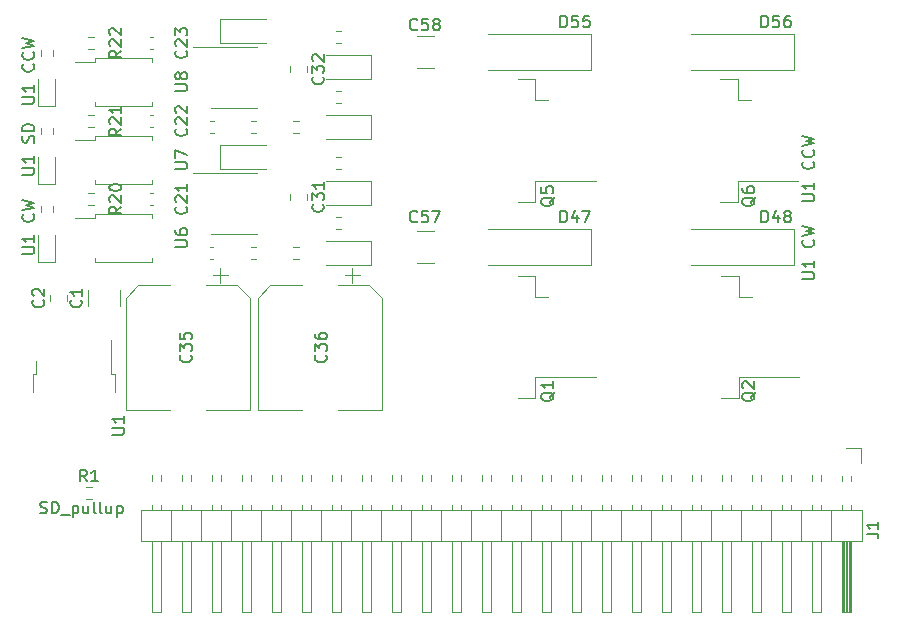
<source format=gbr>
%TF.GenerationSoftware,KiCad,Pcbnew,(6.0.0)*%
%TF.CreationDate,2022-03-21T15:13:20+09:00*%
%TF.ProjectId,MotorDriver base unit,4d6f746f-7244-4726-9976-657220626173,rev?*%
%TF.SameCoordinates,Original*%
%TF.FileFunction,Legend,Top*%
%TF.FilePolarity,Positive*%
%FSLAX46Y46*%
G04 Gerber Fmt 4.6, Leading zero omitted, Abs format (unit mm)*
G04 Created by KiCad (PCBNEW (6.0.0)) date 2022-03-21 15:13:20*
%MOMM*%
%LPD*%
G01*
G04 APERTURE LIST*
%ADD10C,0.150000*%
%ADD11C,0.120000*%
G04 APERTURE END LIST*
D10*
X173442380Y-101909285D02*
X174251904Y-101909285D01*
X174347142Y-101861666D01*
X174394761Y-101814047D01*
X174442380Y-101718809D01*
X174442380Y-101528333D01*
X174394761Y-101433095D01*
X174347142Y-101385476D01*
X174251904Y-101337857D01*
X173442380Y-101337857D01*
X174442380Y-100337857D02*
X174442380Y-100909285D01*
X174442380Y-100623571D02*
X173442380Y-100623571D01*
X173585238Y-100718809D01*
X173680476Y-100814047D01*
X173728095Y-100909285D01*
X174347142Y-98575952D02*
X174394761Y-98623571D01*
X174442380Y-98766428D01*
X174442380Y-98861666D01*
X174394761Y-99004523D01*
X174299523Y-99099761D01*
X174204285Y-99147380D01*
X174013809Y-99195000D01*
X173870952Y-99195000D01*
X173680476Y-99147380D01*
X173585238Y-99099761D01*
X173490000Y-99004523D01*
X173442380Y-98861666D01*
X173442380Y-98766428D01*
X173490000Y-98623571D01*
X173537619Y-98575952D01*
X173442380Y-98242619D02*
X174442380Y-98004523D01*
X173728095Y-97814047D01*
X174442380Y-97623571D01*
X173442380Y-97385476D01*
X107402380Y-99750285D02*
X108211904Y-99750285D01*
X108307142Y-99702666D01*
X108354761Y-99655047D01*
X108402380Y-99559809D01*
X108402380Y-99369333D01*
X108354761Y-99274095D01*
X108307142Y-99226476D01*
X108211904Y-99178857D01*
X107402380Y-99178857D01*
X108402380Y-98178857D02*
X108402380Y-98750285D01*
X108402380Y-98464571D02*
X107402380Y-98464571D01*
X107545238Y-98559809D01*
X107640476Y-98655047D01*
X107688095Y-98750285D01*
X108307142Y-96416952D02*
X108354761Y-96464571D01*
X108402380Y-96607428D01*
X108402380Y-96702666D01*
X108354761Y-96845523D01*
X108259523Y-96940761D01*
X108164285Y-96988380D01*
X107973809Y-97036000D01*
X107830952Y-97036000D01*
X107640476Y-96988380D01*
X107545238Y-96940761D01*
X107450000Y-96845523D01*
X107402380Y-96702666D01*
X107402380Y-96607428D01*
X107450000Y-96464571D01*
X107497619Y-96416952D01*
X107402380Y-96083619D02*
X108402380Y-95845523D01*
X107688095Y-95655047D01*
X108402380Y-95464571D01*
X107402380Y-95226476D01*
X173442380Y-95297285D02*
X174251904Y-95297285D01*
X174347142Y-95249666D01*
X174394761Y-95202047D01*
X174442380Y-95106809D01*
X174442380Y-94916333D01*
X174394761Y-94821095D01*
X174347142Y-94773476D01*
X174251904Y-94725857D01*
X173442380Y-94725857D01*
X174442380Y-93725857D02*
X174442380Y-94297285D01*
X174442380Y-94011571D02*
X173442380Y-94011571D01*
X173585238Y-94106809D01*
X173680476Y-94202047D01*
X173728095Y-94297285D01*
X174347142Y-91963952D02*
X174394761Y-92011571D01*
X174442380Y-92154428D01*
X174442380Y-92249666D01*
X174394761Y-92392523D01*
X174299523Y-92487761D01*
X174204285Y-92535380D01*
X174013809Y-92583000D01*
X173870952Y-92583000D01*
X173680476Y-92535380D01*
X173585238Y-92487761D01*
X173490000Y-92392523D01*
X173442380Y-92249666D01*
X173442380Y-92154428D01*
X173490000Y-92011571D01*
X173537619Y-91963952D01*
X174347142Y-90963952D02*
X174394761Y-91011571D01*
X174442380Y-91154428D01*
X174442380Y-91249666D01*
X174394761Y-91392523D01*
X174299523Y-91487761D01*
X174204285Y-91535380D01*
X174013809Y-91583000D01*
X173870952Y-91583000D01*
X173680476Y-91535380D01*
X173585238Y-91487761D01*
X173490000Y-91392523D01*
X173442380Y-91249666D01*
X173442380Y-91154428D01*
X173490000Y-91011571D01*
X173537619Y-90963952D01*
X173442380Y-90630619D02*
X174442380Y-90392523D01*
X173728095Y-90202047D01*
X174442380Y-90011571D01*
X173442380Y-89773476D01*
X108895000Y-121689761D02*
X109037857Y-121737380D01*
X109275952Y-121737380D01*
X109371190Y-121689761D01*
X109418809Y-121642142D01*
X109466428Y-121546904D01*
X109466428Y-121451666D01*
X109418809Y-121356428D01*
X109371190Y-121308809D01*
X109275952Y-121261190D01*
X109085476Y-121213571D01*
X108990238Y-121165952D01*
X108942619Y-121118333D01*
X108895000Y-121023095D01*
X108895000Y-120927857D01*
X108942619Y-120832619D01*
X108990238Y-120785000D01*
X109085476Y-120737380D01*
X109323571Y-120737380D01*
X109466428Y-120785000D01*
X109895000Y-121737380D02*
X109895000Y-120737380D01*
X110133095Y-120737380D01*
X110275952Y-120785000D01*
X110371190Y-120880238D01*
X110418809Y-120975476D01*
X110466428Y-121165952D01*
X110466428Y-121308809D01*
X110418809Y-121499285D01*
X110371190Y-121594523D01*
X110275952Y-121689761D01*
X110133095Y-121737380D01*
X109895000Y-121737380D01*
X110656904Y-121832619D02*
X111418809Y-121832619D01*
X111656904Y-121070714D02*
X111656904Y-122070714D01*
X111656904Y-121118333D02*
X111752142Y-121070714D01*
X111942619Y-121070714D01*
X112037857Y-121118333D01*
X112085476Y-121165952D01*
X112133095Y-121261190D01*
X112133095Y-121546904D01*
X112085476Y-121642142D01*
X112037857Y-121689761D01*
X111942619Y-121737380D01*
X111752142Y-121737380D01*
X111656904Y-121689761D01*
X112990238Y-121070714D02*
X112990238Y-121737380D01*
X112561666Y-121070714D02*
X112561666Y-121594523D01*
X112609285Y-121689761D01*
X112704523Y-121737380D01*
X112847380Y-121737380D01*
X112942619Y-121689761D01*
X112990238Y-121642142D01*
X113609285Y-121737380D02*
X113514047Y-121689761D01*
X113466428Y-121594523D01*
X113466428Y-120737380D01*
X114133095Y-121737380D02*
X114037857Y-121689761D01*
X113990238Y-121594523D01*
X113990238Y-120737380D01*
X114942619Y-121070714D02*
X114942619Y-121737380D01*
X114514047Y-121070714D02*
X114514047Y-121594523D01*
X114561666Y-121689761D01*
X114656904Y-121737380D01*
X114799761Y-121737380D01*
X114895000Y-121689761D01*
X114942619Y-121642142D01*
X115418809Y-121070714D02*
X115418809Y-122070714D01*
X115418809Y-121118333D02*
X115514047Y-121070714D01*
X115704523Y-121070714D01*
X115799761Y-121118333D01*
X115847380Y-121165952D01*
X115895000Y-121261190D01*
X115895000Y-121546904D01*
X115847380Y-121642142D01*
X115799761Y-121689761D01*
X115704523Y-121737380D01*
X115514047Y-121737380D01*
X115418809Y-121689761D01*
X107402380Y-87042285D02*
X108211904Y-87042285D01*
X108307142Y-86994666D01*
X108354761Y-86947047D01*
X108402380Y-86851809D01*
X108402380Y-86661333D01*
X108354761Y-86566095D01*
X108307142Y-86518476D01*
X108211904Y-86470857D01*
X107402380Y-86470857D01*
X108402380Y-85470857D02*
X108402380Y-86042285D01*
X108402380Y-85756571D02*
X107402380Y-85756571D01*
X107545238Y-85851809D01*
X107640476Y-85947047D01*
X107688095Y-86042285D01*
X108307142Y-83708952D02*
X108354761Y-83756571D01*
X108402380Y-83899428D01*
X108402380Y-83994666D01*
X108354761Y-84137523D01*
X108259523Y-84232761D01*
X108164285Y-84280380D01*
X107973809Y-84328000D01*
X107830952Y-84328000D01*
X107640476Y-84280380D01*
X107545238Y-84232761D01*
X107450000Y-84137523D01*
X107402380Y-83994666D01*
X107402380Y-83899428D01*
X107450000Y-83756571D01*
X107497619Y-83708952D01*
X108307142Y-82708952D02*
X108354761Y-82756571D01*
X108402380Y-82899428D01*
X108402380Y-82994666D01*
X108354761Y-83137523D01*
X108259523Y-83232761D01*
X108164285Y-83280380D01*
X107973809Y-83328000D01*
X107830952Y-83328000D01*
X107640476Y-83280380D01*
X107545238Y-83232761D01*
X107450000Y-83137523D01*
X107402380Y-82994666D01*
X107402380Y-82899428D01*
X107450000Y-82756571D01*
X107497619Y-82708952D01*
X107402380Y-82375619D02*
X108402380Y-82137523D01*
X107688095Y-81947047D01*
X108402380Y-81756571D01*
X107402380Y-81518476D01*
X107402380Y-93051047D02*
X108211904Y-93051047D01*
X108307142Y-93003428D01*
X108354761Y-92955809D01*
X108402380Y-92860571D01*
X108402380Y-92670095D01*
X108354761Y-92574857D01*
X108307142Y-92527238D01*
X108211904Y-92479619D01*
X107402380Y-92479619D01*
X108402380Y-91479619D02*
X108402380Y-92051047D01*
X108402380Y-91765333D02*
X107402380Y-91765333D01*
X107545238Y-91860571D01*
X107640476Y-91955809D01*
X107688095Y-92051047D01*
X108354761Y-90336761D02*
X108402380Y-90193904D01*
X108402380Y-89955809D01*
X108354761Y-89860571D01*
X108307142Y-89812952D01*
X108211904Y-89765333D01*
X108116666Y-89765333D01*
X108021428Y-89812952D01*
X107973809Y-89860571D01*
X107926190Y-89955809D01*
X107878571Y-90146285D01*
X107830952Y-90241523D01*
X107783333Y-90289142D01*
X107688095Y-90336761D01*
X107592857Y-90336761D01*
X107497619Y-90289142D01*
X107450000Y-90241523D01*
X107402380Y-90146285D01*
X107402380Y-89908190D01*
X107450000Y-89765333D01*
X108402380Y-89336761D02*
X107402380Y-89336761D01*
X107402380Y-89098666D01*
X107450000Y-88955809D01*
X107545238Y-88860571D01*
X107640476Y-88812952D01*
X107830952Y-88765333D01*
X107973809Y-88765333D01*
X108164285Y-88812952D01*
X108259523Y-88860571D01*
X108354761Y-88955809D01*
X108402380Y-89098666D01*
X108402380Y-89336761D01*
%TO.C,C23*%
X121261142Y-82557857D02*
X121308761Y-82605476D01*
X121356380Y-82748333D01*
X121356380Y-82843571D01*
X121308761Y-82986428D01*
X121213523Y-83081666D01*
X121118285Y-83129285D01*
X120927809Y-83176904D01*
X120784952Y-83176904D01*
X120594476Y-83129285D01*
X120499238Y-83081666D01*
X120404000Y-82986428D01*
X120356380Y-82843571D01*
X120356380Y-82748333D01*
X120404000Y-82605476D01*
X120451619Y-82557857D01*
X120451619Y-82176904D02*
X120404000Y-82129285D01*
X120356380Y-82034047D01*
X120356380Y-81795952D01*
X120404000Y-81700714D01*
X120451619Y-81653095D01*
X120546857Y-81605476D01*
X120642095Y-81605476D01*
X120784952Y-81653095D01*
X121356380Y-82224523D01*
X121356380Y-81605476D01*
X120356380Y-81272142D02*
X120356380Y-80653095D01*
X120737333Y-80986428D01*
X120737333Y-80843571D01*
X120784952Y-80748333D01*
X120832571Y-80700714D01*
X120927809Y-80653095D01*
X121165904Y-80653095D01*
X121261142Y-80700714D01*
X121308761Y-80748333D01*
X121356380Y-80843571D01*
X121356380Y-81129285D01*
X121308761Y-81224523D01*
X121261142Y-81272142D01*
%TO.C,C36*%
X133072142Y-108338857D02*
X133119761Y-108386476D01*
X133167380Y-108529333D01*
X133167380Y-108624571D01*
X133119761Y-108767428D01*
X133024523Y-108862666D01*
X132929285Y-108910285D01*
X132738809Y-108957904D01*
X132595952Y-108957904D01*
X132405476Y-108910285D01*
X132310238Y-108862666D01*
X132215000Y-108767428D01*
X132167380Y-108624571D01*
X132167380Y-108529333D01*
X132215000Y-108386476D01*
X132262619Y-108338857D01*
X132167380Y-108005523D02*
X132167380Y-107386476D01*
X132548333Y-107719809D01*
X132548333Y-107576952D01*
X132595952Y-107481714D01*
X132643571Y-107434095D01*
X132738809Y-107386476D01*
X132976904Y-107386476D01*
X133072142Y-107434095D01*
X133119761Y-107481714D01*
X133167380Y-107576952D01*
X133167380Y-107862666D01*
X133119761Y-107957904D01*
X133072142Y-108005523D01*
X132167380Y-106529333D02*
X132167380Y-106719809D01*
X132215000Y-106815047D01*
X132262619Y-106862666D01*
X132405476Y-106957904D01*
X132595952Y-107005523D01*
X132976904Y-107005523D01*
X133072142Y-106957904D01*
X133119761Y-106910285D01*
X133167380Y-106815047D01*
X133167380Y-106624571D01*
X133119761Y-106529333D01*
X133072142Y-106481714D01*
X132976904Y-106434095D01*
X132738809Y-106434095D01*
X132643571Y-106481714D01*
X132595952Y-106529333D01*
X132548333Y-106624571D01*
X132548333Y-106815047D01*
X132595952Y-106910285D01*
X132643571Y-106957904D01*
X132738809Y-107005523D01*
%TO.C,R20*%
X115768380Y-95765857D02*
X115292190Y-96099190D01*
X115768380Y-96337285D02*
X114768380Y-96337285D01*
X114768380Y-95956333D01*
X114816000Y-95861095D01*
X114863619Y-95813476D01*
X114958857Y-95765857D01*
X115101714Y-95765857D01*
X115196952Y-95813476D01*
X115244571Y-95861095D01*
X115292190Y-95956333D01*
X115292190Y-96337285D01*
X114863619Y-95384904D02*
X114816000Y-95337285D01*
X114768380Y-95242047D01*
X114768380Y-95003952D01*
X114816000Y-94908714D01*
X114863619Y-94861095D01*
X114958857Y-94813476D01*
X115054095Y-94813476D01*
X115196952Y-94861095D01*
X115768380Y-95432523D01*
X115768380Y-94813476D01*
X114768380Y-94194428D02*
X114768380Y-94099190D01*
X114816000Y-94003952D01*
X114863619Y-93956333D01*
X114958857Y-93908714D01*
X115149333Y-93861095D01*
X115387428Y-93861095D01*
X115577904Y-93908714D01*
X115673142Y-93956333D01*
X115720761Y-94003952D01*
X115768380Y-94099190D01*
X115768380Y-94194428D01*
X115720761Y-94289666D01*
X115673142Y-94337285D01*
X115577904Y-94384904D01*
X115387428Y-94432523D01*
X115149333Y-94432523D01*
X114958857Y-94384904D01*
X114863619Y-94337285D01*
X114816000Y-94289666D01*
X114768380Y-94194428D01*
%TO.C,R21*%
X115768380Y-89161857D02*
X115292190Y-89495190D01*
X115768380Y-89733285D02*
X114768380Y-89733285D01*
X114768380Y-89352333D01*
X114816000Y-89257095D01*
X114863619Y-89209476D01*
X114958857Y-89161857D01*
X115101714Y-89161857D01*
X115196952Y-89209476D01*
X115244571Y-89257095D01*
X115292190Y-89352333D01*
X115292190Y-89733285D01*
X114863619Y-88780904D02*
X114816000Y-88733285D01*
X114768380Y-88638047D01*
X114768380Y-88399952D01*
X114816000Y-88304714D01*
X114863619Y-88257095D01*
X114958857Y-88209476D01*
X115054095Y-88209476D01*
X115196952Y-88257095D01*
X115768380Y-88828523D01*
X115768380Y-88209476D01*
X115768380Y-87257095D02*
X115768380Y-87828523D01*
X115768380Y-87542809D02*
X114768380Y-87542809D01*
X114911238Y-87638047D01*
X115006476Y-87733285D01*
X115054095Y-87828523D01*
%TO.C,R22*%
X115768380Y-82557857D02*
X115292190Y-82891190D01*
X115768380Y-83129285D02*
X114768380Y-83129285D01*
X114768380Y-82748333D01*
X114816000Y-82653095D01*
X114863619Y-82605476D01*
X114958857Y-82557857D01*
X115101714Y-82557857D01*
X115196952Y-82605476D01*
X115244571Y-82653095D01*
X115292190Y-82748333D01*
X115292190Y-83129285D01*
X114863619Y-82176904D02*
X114816000Y-82129285D01*
X114768380Y-82034047D01*
X114768380Y-81795952D01*
X114816000Y-81700714D01*
X114863619Y-81653095D01*
X114958857Y-81605476D01*
X115054095Y-81605476D01*
X115196952Y-81653095D01*
X115768380Y-82224523D01*
X115768380Y-81605476D01*
X114863619Y-81224523D02*
X114816000Y-81176904D01*
X114768380Y-81081666D01*
X114768380Y-80843571D01*
X114816000Y-80748333D01*
X114863619Y-80700714D01*
X114958857Y-80653095D01*
X115054095Y-80653095D01*
X115196952Y-80700714D01*
X115768380Y-81272142D01*
X115768380Y-80653095D01*
%TO.C,U7*%
X120356380Y-92582904D02*
X121165904Y-92582904D01*
X121261142Y-92535285D01*
X121308761Y-92487666D01*
X121356380Y-92392428D01*
X121356380Y-92201952D01*
X121308761Y-92106714D01*
X121261142Y-92059095D01*
X121165904Y-92011476D01*
X120356380Y-92011476D01*
X120356380Y-91630523D02*
X120356380Y-90963857D01*
X121356380Y-91392428D01*
%TO.C,U8*%
X120356380Y-85978904D02*
X121165904Y-85978904D01*
X121261142Y-85931285D01*
X121308761Y-85883666D01*
X121356380Y-85788428D01*
X121356380Y-85597952D01*
X121308761Y-85502714D01*
X121261142Y-85455095D01*
X121165904Y-85407476D01*
X120356380Y-85407476D01*
X120784952Y-84788428D02*
X120737333Y-84883666D01*
X120689714Y-84931285D01*
X120594476Y-84978904D01*
X120546857Y-84978904D01*
X120451619Y-84931285D01*
X120404000Y-84883666D01*
X120356380Y-84788428D01*
X120356380Y-84597952D01*
X120404000Y-84502714D01*
X120451619Y-84455095D01*
X120546857Y-84407476D01*
X120594476Y-84407476D01*
X120689714Y-84455095D01*
X120737333Y-84502714D01*
X120784952Y-84597952D01*
X120784952Y-84788428D01*
X120832571Y-84883666D01*
X120880190Y-84931285D01*
X120975428Y-84978904D01*
X121165904Y-84978904D01*
X121261142Y-84931285D01*
X121308761Y-84883666D01*
X121356380Y-84788428D01*
X121356380Y-84597952D01*
X121308761Y-84502714D01*
X121261142Y-84455095D01*
X121165904Y-84407476D01*
X120975428Y-84407476D01*
X120880190Y-84455095D01*
X120832571Y-84502714D01*
X120784952Y-84597952D01*
%TO.C,C22*%
X121261142Y-89161857D02*
X121308761Y-89209476D01*
X121356380Y-89352333D01*
X121356380Y-89447571D01*
X121308761Y-89590428D01*
X121213523Y-89685666D01*
X121118285Y-89733285D01*
X120927809Y-89780904D01*
X120784952Y-89780904D01*
X120594476Y-89733285D01*
X120499238Y-89685666D01*
X120404000Y-89590428D01*
X120356380Y-89447571D01*
X120356380Y-89352333D01*
X120404000Y-89209476D01*
X120451619Y-89161857D01*
X120451619Y-88780904D02*
X120404000Y-88733285D01*
X120356380Y-88638047D01*
X120356380Y-88399952D01*
X120404000Y-88304714D01*
X120451619Y-88257095D01*
X120546857Y-88209476D01*
X120642095Y-88209476D01*
X120784952Y-88257095D01*
X121356380Y-88828523D01*
X121356380Y-88209476D01*
X120451619Y-87828523D02*
X120404000Y-87780904D01*
X120356380Y-87685666D01*
X120356380Y-87447571D01*
X120404000Y-87352333D01*
X120451619Y-87304714D01*
X120546857Y-87257095D01*
X120642095Y-87257095D01*
X120784952Y-87304714D01*
X121356380Y-87876142D01*
X121356380Y-87257095D01*
%TO.C,D47*%
X152963714Y-97099380D02*
X152963714Y-96099380D01*
X153201809Y-96099380D01*
X153344666Y-96147000D01*
X153439904Y-96242238D01*
X153487523Y-96337476D01*
X153535142Y-96527952D01*
X153535142Y-96670809D01*
X153487523Y-96861285D01*
X153439904Y-96956523D01*
X153344666Y-97051761D01*
X153201809Y-97099380D01*
X152963714Y-97099380D01*
X154392285Y-96432714D02*
X154392285Y-97099380D01*
X154154190Y-96051761D02*
X153916095Y-96766047D01*
X154535142Y-96766047D01*
X154820857Y-96099380D02*
X155487523Y-96099380D01*
X155058952Y-97099380D01*
%TO.C,D56*%
X169981714Y-80589380D02*
X169981714Y-79589380D01*
X170219809Y-79589380D01*
X170362666Y-79637000D01*
X170457904Y-79732238D01*
X170505523Y-79827476D01*
X170553142Y-80017952D01*
X170553142Y-80160809D01*
X170505523Y-80351285D01*
X170457904Y-80446523D01*
X170362666Y-80541761D01*
X170219809Y-80589380D01*
X169981714Y-80589380D01*
X171457904Y-79589380D02*
X170981714Y-79589380D01*
X170934095Y-80065571D01*
X170981714Y-80017952D01*
X171076952Y-79970333D01*
X171315047Y-79970333D01*
X171410285Y-80017952D01*
X171457904Y-80065571D01*
X171505523Y-80160809D01*
X171505523Y-80398904D01*
X171457904Y-80494142D01*
X171410285Y-80541761D01*
X171315047Y-80589380D01*
X171076952Y-80589380D01*
X170981714Y-80541761D01*
X170934095Y-80494142D01*
X172362666Y-79589380D02*
X172172190Y-79589380D01*
X172076952Y-79637000D01*
X172029333Y-79684619D01*
X171934095Y-79827476D01*
X171886476Y-80017952D01*
X171886476Y-80398904D01*
X171934095Y-80494142D01*
X171981714Y-80541761D01*
X172076952Y-80589380D01*
X172267428Y-80589380D01*
X172362666Y-80541761D01*
X172410285Y-80494142D01*
X172457904Y-80398904D01*
X172457904Y-80160809D01*
X172410285Y-80065571D01*
X172362666Y-80017952D01*
X172267428Y-79970333D01*
X172076952Y-79970333D01*
X171981714Y-80017952D01*
X171934095Y-80065571D01*
X171886476Y-80160809D01*
%TO.C,D55*%
X152963714Y-80589380D02*
X152963714Y-79589380D01*
X153201809Y-79589380D01*
X153344666Y-79637000D01*
X153439904Y-79732238D01*
X153487523Y-79827476D01*
X153535142Y-80017952D01*
X153535142Y-80160809D01*
X153487523Y-80351285D01*
X153439904Y-80446523D01*
X153344666Y-80541761D01*
X153201809Y-80589380D01*
X152963714Y-80589380D01*
X154439904Y-79589380D02*
X153963714Y-79589380D01*
X153916095Y-80065571D01*
X153963714Y-80017952D01*
X154058952Y-79970333D01*
X154297047Y-79970333D01*
X154392285Y-80017952D01*
X154439904Y-80065571D01*
X154487523Y-80160809D01*
X154487523Y-80398904D01*
X154439904Y-80494142D01*
X154392285Y-80541761D01*
X154297047Y-80589380D01*
X154058952Y-80589380D01*
X153963714Y-80541761D01*
X153916095Y-80494142D01*
X155392285Y-79589380D02*
X154916095Y-79589380D01*
X154868476Y-80065571D01*
X154916095Y-80017952D01*
X155011333Y-79970333D01*
X155249428Y-79970333D01*
X155344666Y-80017952D01*
X155392285Y-80065571D01*
X155439904Y-80160809D01*
X155439904Y-80398904D01*
X155392285Y-80494142D01*
X155344666Y-80541761D01*
X155249428Y-80589380D01*
X155011333Y-80589380D01*
X154916095Y-80541761D01*
X154868476Y-80494142D01*
%TO.C,D48*%
X169981714Y-97099380D02*
X169981714Y-96099380D01*
X170219809Y-96099380D01*
X170362666Y-96147000D01*
X170457904Y-96242238D01*
X170505523Y-96337476D01*
X170553142Y-96527952D01*
X170553142Y-96670809D01*
X170505523Y-96861285D01*
X170457904Y-96956523D01*
X170362666Y-97051761D01*
X170219809Y-97099380D01*
X169981714Y-97099380D01*
X171410285Y-96432714D02*
X171410285Y-97099380D01*
X171172190Y-96051761D02*
X170934095Y-96766047D01*
X171553142Y-96766047D01*
X172076952Y-96527952D02*
X171981714Y-96480333D01*
X171934095Y-96432714D01*
X171886476Y-96337476D01*
X171886476Y-96289857D01*
X171934095Y-96194619D01*
X171981714Y-96147000D01*
X172076952Y-96099380D01*
X172267428Y-96099380D01*
X172362666Y-96147000D01*
X172410285Y-96194619D01*
X172457904Y-96289857D01*
X172457904Y-96337476D01*
X172410285Y-96432714D01*
X172362666Y-96480333D01*
X172267428Y-96527952D01*
X172076952Y-96527952D01*
X171981714Y-96575571D01*
X171934095Y-96623190D01*
X171886476Y-96718428D01*
X171886476Y-96908904D01*
X171934095Y-97004142D01*
X171981714Y-97051761D01*
X172076952Y-97099380D01*
X172267428Y-97099380D01*
X172362666Y-97051761D01*
X172410285Y-97004142D01*
X172457904Y-96908904D01*
X172457904Y-96718428D01*
X172410285Y-96623190D01*
X172362666Y-96575571D01*
X172267428Y-96527952D01*
%TO.C,Q6*%
X169457619Y-94964238D02*
X169410000Y-95059476D01*
X169314761Y-95154714D01*
X169171904Y-95297571D01*
X169124285Y-95392809D01*
X169124285Y-95488047D01*
X169362380Y-95440428D02*
X169314761Y-95535666D01*
X169219523Y-95630904D01*
X169029047Y-95678523D01*
X168695714Y-95678523D01*
X168505238Y-95630904D01*
X168410000Y-95535666D01*
X168362380Y-95440428D01*
X168362380Y-95249952D01*
X168410000Y-95154714D01*
X168505238Y-95059476D01*
X168695714Y-95011857D01*
X169029047Y-95011857D01*
X169219523Y-95059476D01*
X169314761Y-95154714D01*
X169362380Y-95249952D01*
X169362380Y-95440428D01*
X168362380Y-94154714D02*
X168362380Y-94345190D01*
X168410000Y-94440428D01*
X168457619Y-94488047D01*
X168600476Y-94583285D01*
X168790952Y-94630904D01*
X169171904Y-94630904D01*
X169267142Y-94583285D01*
X169314761Y-94535666D01*
X169362380Y-94440428D01*
X169362380Y-94249952D01*
X169314761Y-94154714D01*
X169267142Y-94107095D01*
X169171904Y-94059476D01*
X168933809Y-94059476D01*
X168838571Y-94107095D01*
X168790952Y-94154714D01*
X168743333Y-94249952D01*
X168743333Y-94440428D01*
X168790952Y-94535666D01*
X168838571Y-94583285D01*
X168933809Y-94630904D01*
%TO.C,Q5*%
X152439619Y-94964238D02*
X152392000Y-95059476D01*
X152296761Y-95154714D01*
X152153904Y-95297571D01*
X152106285Y-95392809D01*
X152106285Y-95488047D01*
X152344380Y-95440428D02*
X152296761Y-95535666D01*
X152201523Y-95630904D01*
X152011047Y-95678523D01*
X151677714Y-95678523D01*
X151487238Y-95630904D01*
X151392000Y-95535666D01*
X151344380Y-95440428D01*
X151344380Y-95249952D01*
X151392000Y-95154714D01*
X151487238Y-95059476D01*
X151677714Y-95011857D01*
X152011047Y-95011857D01*
X152201523Y-95059476D01*
X152296761Y-95154714D01*
X152344380Y-95249952D01*
X152344380Y-95440428D01*
X151344380Y-94107095D02*
X151344380Y-94583285D01*
X151820571Y-94630904D01*
X151772952Y-94583285D01*
X151725333Y-94488047D01*
X151725333Y-94249952D01*
X151772952Y-94154714D01*
X151820571Y-94107095D01*
X151915809Y-94059476D01*
X152153904Y-94059476D01*
X152249142Y-94107095D01*
X152296761Y-94154714D01*
X152344380Y-94249952D01*
X152344380Y-94488047D01*
X152296761Y-94583285D01*
X152249142Y-94630904D01*
%TO.C,Q2*%
X169457619Y-111474238D02*
X169410000Y-111569476D01*
X169314761Y-111664714D01*
X169171904Y-111807571D01*
X169124285Y-111902809D01*
X169124285Y-111998047D01*
X169362380Y-111950428D02*
X169314761Y-112045666D01*
X169219523Y-112140904D01*
X169029047Y-112188523D01*
X168695714Y-112188523D01*
X168505238Y-112140904D01*
X168410000Y-112045666D01*
X168362380Y-111950428D01*
X168362380Y-111759952D01*
X168410000Y-111664714D01*
X168505238Y-111569476D01*
X168695714Y-111521857D01*
X169029047Y-111521857D01*
X169219523Y-111569476D01*
X169314761Y-111664714D01*
X169362380Y-111759952D01*
X169362380Y-111950428D01*
X168457619Y-111140904D02*
X168410000Y-111093285D01*
X168362380Y-110998047D01*
X168362380Y-110759952D01*
X168410000Y-110664714D01*
X168457619Y-110617095D01*
X168552857Y-110569476D01*
X168648095Y-110569476D01*
X168790952Y-110617095D01*
X169362380Y-111188523D01*
X169362380Y-110569476D01*
%TO.C,C31*%
X132847142Y-95572857D02*
X132894761Y-95620476D01*
X132942380Y-95763333D01*
X132942380Y-95858571D01*
X132894761Y-96001428D01*
X132799523Y-96096666D01*
X132704285Y-96144285D01*
X132513809Y-96191904D01*
X132370952Y-96191904D01*
X132180476Y-96144285D01*
X132085238Y-96096666D01*
X131990000Y-96001428D01*
X131942380Y-95858571D01*
X131942380Y-95763333D01*
X131990000Y-95620476D01*
X132037619Y-95572857D01*
X131942380Y-95239523D02*
X131942380Y-94620476D01*
X132323333Y-94953809D01*
X132323333Y-94810952D01*
X132370952Y-94715714D01*
X132418571Y-94668095D01*
X132513809Y-94620476D01*
X132751904Y-94620476D01*
X132847142Y-94668095D01*
X132894761Y-94715714D01*
X132942380Y-94810952D01*
X132942380Y-95096666D01*
X132894761Y-95191904D01*
X132847142Y-95239523D01*
X132942380Y-93668095D02*
X132942380Y-94239523D01*
X132942380Y-93953809D02*
X131942380Y-93953809D01*
X132085238Y-94049047D01*
X132180476Y-94144285D01*
X132228095Y-94239523D01*
%TO.C,C32*%
X132847142Y-84777857D02*
X132894761Y-84825476D01*
X132942380Y-84968333D01*
X132942380Y-85063571D01*
X132894761Y-85206428D01*
X132799523Y-85301666D01*
X132704285Y-85349285D01*
X132513809Y-85396904D01*
X132370952Y-85396904D01*
X132180476Y-85349285D01*
X132085238Y-85301666D01*
X131990000Y-85206428D01*
X131942380Y-85063571D01*
X131942380Y-84968333D01*
X131990000Y-84825476D01*
X132037619Y-84777857D01*
X131942380Y-84444523D02*
X131942380Y-83825476D01*
X132323333Y-84158809D01*
X132323333Y-84015952D01*
X132370952Y-83920714D01*
X132418571Y-83873095D01*
X132513809Y-83825476D01*
X132751904Y-83825476D01*
X132847142Y-83873095D01*
X132894761Y-83920714D01*
X132942380Y-84015952D01*
X132942380Y-84301666D01*
X132894761Y-84396904D01*
X132847142Y-84444523D01*
X132037619Y-83444523D02*
X131990000Y-83396904D01*
X131942380Y-83301666D01*
X131942380Y-83063571D01*
X131990000Y-82968333D01*
X132037619Y-82920714D01*
X132132857Y-82873095D01*
X132228095Y-82873095D01*
X132370952Y-82920714D01*
X132942380Y-83492142D01*
X132942380Y-82873095D01*
%TO.C,C57*%
X140835142Y-97004142D02*
X140787523Y-97051761D01*
X140644666Y-97099380D01*
X140549428Y-97099380D01*
X140406571Y-97051761D01*
X140311333Y-96956523D01*
X140263714Y-96861285D01*
X140216095Y-96670809D01*
X140216095Y-96527952D01*
X140263714Y-96337476D01*
X140311333Y-96242238D01*
X140406571Y-96147000D01*
X140549428Y-96099380D01*
X140644666Y-96099380D01*
X140787523Y-96147000D01*
X140835142Y-96194619D01*
X141739904Y-96099380D02*
X141263714Y-96099380D01*
X141216095Y-96575571D01*
X141263714Y-96527952D01*
X141358952Y-96480333D01*
X141597047Y-96480333D01*
X141692285Y-96527952D01*
X141739904Y-96575571D01*
X141787523Y-96670809D01*
X141787523Y-96908904D01*
X141739904Y-97004142D01*
X141692285Y-97051761D01*
X141597047Y-97099380D01*
X141358952Y-97099380D01*
X141263714Y-97051761D01*
X141216095Y-97004142D01*
X142120857Y-96099380D02*
X142787523Y-96099380D01*
X142358952Y-97099380D01*
%TO.C,C58*%
X140835142Y-80748142D02*
X140787523Y-80795761D01*
X140644666Y-80843380D01*
X140549428Y-80843380D01*
X140406571Y-80795761D01*
X140311333Y-80700523D01*
X140263714Y-80605285D01*
X140216095Y-80414809D01*
X140216095Y-80271952D01*
X140263714Y-80081476D01*
X140311333Y-79986238D01*
X140406571Y-79891000D01*
X140549428Y-79843380D01*
X140644666Y-79843380D01*
X140787523Y-79891000D01*
X140835142Y-79938619D01*
X141739904Y-79843380D02*
X141263714Y-79843380D01*
X141216095Y-80319571D01*
X141263714Y-80271952D01*
X141358952Y-80224333D01*
X141597047Y-80224333D01*
X141692285Y-80271952D01*
X141739904Y-80319571D01*
X141787523Y-80414809D01*
X141787523Y-80652904D01*
X141739904Y-80748142D01*
X141692285Y-80795761D01*
X141597047Y-80843380D01*
X141358952Y-80843380D01*
X141263714Y-80795761D01*
X141216095Y-80748142D01*
X142358952Y-80271952D02*
X142263714Y-80224333D01*
X142216095Y-80176714D01*
X142168476Y-80081476D01*
X142168476Y-80033857D01*
X142216095Y-79938619D01*
X142263714Y-79891000D01*
X142358952Y-79843380D01*
X142549428Y-79843380D01*
X142644666Y-79891000D01*
X142692285Y-79938619D01*
X142739904Y-80033857D01*
X142739904Y-80081476D01*
X142692285Y-80176714D01*
X142644666Y-80224333D01*
X142549428Y-80271952D01*
X142358952Y-80271952D01*
X142263714Y-80319571D01*
X142216095Y-80367190D01*
X142168476Y-80462428D01*
X142168476Y-80652904D01*
X142216095Y-80748142D01*
X142263714Y-80795761D01*
X142358952Y-80843380D01*
X142549428Y-80843380D01*
X142644666Y-80795761D01*
X142692285Y-80748142D01*
X142739904Y-80652904D01*
X142739904Y-80462428D01*
X142692285Y-80367190D01*
X142644666Y-80319571D01*
X142549428Y-80271952D01*
%TO.C,U6*%
X120356380Y-99186904D02*
X121165904Y-99186904D01*
X121261142Y-99139285D01*
X121308761Y-99091666D01*
X121356380Y-98996428D01*
X121356380Y-98805952D01*
X121308761Y-98710714D01*
X121261142Y-98663095D01*
X121165904Y-98615476D01*
X120356380Y-98615476D01*
X120356380Y-97710714D02*
X120356380Y-97901190D01*
X120404000Y-97996428D01*
X120451619Y-98044047D01*
X120594476Y-98139285D01*
X120784952Y-98186904D01*
X121165904Y-98186904D01*
X121261142Y-98139285D01*
X121308761Y-98091666D01*
X121356380Y-97996428D01*
X121356380Y-97805952D01*
X121308761Y-97710714D01*
X121261142Y-97663095D01*
X121165904Y-97615476D01*
X120927809Y-97615476D01*
X120832571Y-97663095D01*
X120784952Y-97710714D01*
X120737333Y-97805952D01*
X120737333Y-97996428D01*
X120784952Y-98091666D01*
X120832571Y-98139285D01*
X120927809Y-98186904D01*
%TO.C,C21*%
X121261142Y-95765857D02*
X121308761Y-95813476D01*
X121356380Y-95956333D01*
X121356380Y-96051571D01*
X121308761Y-96194428D01*
X121213523Y-96289666D01*
X121118285Y-96337285D01*
X120927809Y-96384904D01*
X120784952Y-96384904D01*
X120594476Y-96337285D01*
X120499238Y-96289666D01*
X120404000Y-96194428D01*
X120356380Y-96051571D01*
X120356380Y-95956333D01*
X120404000Y-95813476D01*
X120451619Y-95765857D01*
X120451619Y-95384904D02*
X120404000Y-95337285D01*
X120356380Y-95242047D01*
X120356380Y-95003952D01*
X120404000Y-94908714D01*
X120451619Y-94861095D01*
X120546857Y-94813476D01*
X120642095Y-94813476D01*
X120784952Y-94861095D01*
X121356380Y-95432523D01*
X121356380Y-94813476D01*
X121356380Y-93861095D02*
X121356380Y-94432523D01*
X121356380Y-94146809D02*
X120356380Y-94146809D01*
X120499238Y-94242047D01*
X120594476Y-94337285D01*
X120642095Y-94432523D01*
%TO.C,Q1*%
X152439619Y-111474238D02*
X152392000Y-111569476D01*
X152296761Y-111664714D01*
X152153904Y-111807571D01*
X152106285Y-111902809D01*
X152106285Y-111998047D01*
X152344380Y-111950428D02*
X152296761Y-112045666D01*
X152201523Y-112140904D01*
X152011047Y-112188523D01*
X151677714Y-112188523D01*
X151487238Y-112140904D01*
X151392000Y-112045666D01*
X151344380Y-111950428D01*
X151344380Y-111759952D01*
X151392000Y-111664714D01*
X151487238Y-111569476D01*
X151677714Y-111521857D01*
X152011047Y-111521857D01*
X152201523Y-111569476D01*
X152296761Y-111664714D01*
X152344380Y-111759952D01*
X152344380Y-111950428D01*
X152344380Y-110569476D02*
X152344380Y-111140904D01*
X152344380Y-110855190D02*
X151344380Y-110855190D01*
X151487238Y-110950428D01*
X151582476Y-111045666D01*
X151630095Y-111140904D01*
%TO.C,C1*%
X112357142Y-103671666D02*
X112404761Y-103719285D01*
X112452380Y-103862142D01*
X112452380Y-103957380D01*
X112404761Y-104100238D01*
X112309523Y-104195476D01*
X112214285Y-104243095D01*
X112023809Y-104290714D01*
X111880952Y-104290714D01*
X111690476Y-104243095D01*
X111595238Y-104195476D01*
X111500000Y-104100238D01*
X111452380Y-103957380D01*
X111452380Y-103862142D01*
X111500000Y-103719285D01*
X111547619Y-103671666D01*
X112452380Y-102719285D02*
X112452380Y-103290714D01*
X112452380Y-103005000D02*
X111452380Y-103005000D01*
X111595238Y-103100238D01*
X111690476Y-103195476D01*
X111738095Y-103290714D01*
%TO.C,C2*%
X109167142Y-103671666D02*
X109214761Y-103719285D01*
X109262380Y-103862142D01*
X109262380Y-103957380D01*
X109214761Y-104100238D01*
X109119523Y-104195476D01*
X109024285Y-104243095D01*
X108833809Y-104290714D01*
X108690952Y-104290714D01*
X108500476Y-104243095D01*
X108405238Y-104195476D01*
X108310000Y-104100238D01*
X108262380Y-103957380D01*
X108262380Y-103862142D01*
X108310000Y-103719285D01*
X108357619Y-103671666D01*
X108357619Y-103290714D02*
X108310000Y-103243095D01*
X108262380Y-103147857D01*
X108262380Y-102909761D01*
X108310000Y-102814523D01*
X108357619Y-102766904D01*
X108452857Y-102719285D01*
X108548095Y-102719285D01*
X108690952Y-102766904D01*
X109262380Y-103338333D01*
X109262380Y-102719285D01*
%TO.C,C35*%
X121642142Y-108338857D02*
X121689761Y-108386476D01*
X121737380Y-108529333D01*
X121737380Y-108624571D01*
X121689761Y-108767428D01*
X121594523Y-108862666D01*
X121499285Y-108910285D01*
X121308809Y-108957904D01*
X121165952Y-108957904D01*
X120975476Y-108910285D01*
X120880238Y-108862666D01*
X120785000Y-108767428D01*
X120737380Y-108624571D01*
X120737380Y-108529333D01*
X120785000Y-108386476D01*
X120832619Y-108338857D01*
X120737380Y-108005523D02*
X120737380Y-107386476D01*
X121118333Y-107719809D01*
X121118333Y-107576952D01*
X121165952Y-107481714D01*
X121213571Y-107434095D01*
X121308809Y-107386476D01*
X121546904Y-107386476D01*
X121642142Y-107434095D01*
X121689761Y-107481714D01*
X121737380Y-107576952D01*
X121737380Y-107862666D01*
X121689761Y-107957904D01*
X121642142Y-108005523D01*
X120737380Y-106481714D02*
X120737380Y-106957904D01*
X121213571Y-107005523D01*
X121165952Y-106957904D01*
X121118333Y-106862666D01*
X121118333Y-106624571D01*
X121165952Y-106529333D01*
X121213571Y-106481714D01*
X121308809Y-106434095D01*
X121546904Y-106434095D01*
X121642142Y-106481714D01*
X121689761Y-106529333D01*
X121737380Y-106624571D01*
X121737380Y-106862666D01*
X121689761Y-106957904D01*
X121642142Y-107005523D01*
%TO.C,U1*%
X115022380Y-115061904D02*
X115831904Y-115061904D01*
X115927142Y-115014285D01*
X115974761Y-114966666D01*
X116022380Y-114871428D01*
X116022380Y-114680952D01*
X115974761Y-114585714D01*
X115927142Y-114538095D01*
X115831904Y-114490476D01*
X115022380Y-114490476D01*
X116022380Y-113490476D02*
X116022380Y-114061904D01*
X116022380Y-113776190D02*
X115022380Y-113776190D01*
X115165238Y-113871428D01*
X115260476Y-113966666D01*
X115308095Y-114061904D01*
%TO.C,J1*%
X178887380Y-123463333D02*
X179601666Y-123463333D01*
X179744523Y-123510952D01*
X179839761Y-123606190D01*
X179887380Y-123749047D01*
X179887380Y-123844285D01*
X179887380Y-122463333D02*
X179887380Y-123034761D01*
X179887380Y-122749047D02*
X178887380Y-122749047D01*
X179030238Y-122844285D01*
X179125476Y-122939523D01*
X179173095Y-123034761D01*
%TO.C,R1*%
X112863333Y-119037380D02*
X112530000Y-118561190D01*
X112291904Y-119037380D02*
X112291904Y-118037380D01*
X112672857Y-118037380D01*
X112768095Y-118085000D01*
X112815714Y-118132619D01*
X112863333Y-118227857D01*
X112863333Y-118370714D01*
X112815714Y-118465952D01*
X112768095Y-118513571D01*
X112672857Y-118561190D01*
X112291904Y-118561190D01*
X113815714Y-119037380D02*
X113244285Y-119037380D01*
X113530000Y-119037380D02*
X113530000Y-118037380D01*
X113434761Y-118180238D01*
X113339523Y-118275476D01*
X113244285Y-118323095D01*
D11*
%TO.C,C23*%
X118491580Y-81405000D02*
X118210420Y-81405000D01*
X118491580Y-82425000D02*
X118210420Y-82425000D01*
%TO.C,C36*%
X135348000Y-100946000D02*
X135348000Y-102196000D01*
X137848000Y-112956000D02*
X134098000Y-112956000D01*
X127328000Y-103500437D02*
X127328000Y-112956000D01*
X135973000Y-101571000D02*
X134723000Y-101571000D01*
X136783563Y-102436000D02*
X134098000Y-102436000D01*
X128392437Y-102436000D02*
X131078000Y-102436000D01*
X127328000Y-112956000D02*
X131078000Y-112956000D01*
X137848000Y-103500437D02*
X137848000Y-112956000D01*
X136783563Y-102436000D02*
X137848000Y-103500437D01*
X128392437Y-102436000D02*
X127328000Y-103500437D01*
%TO.C,D9*%
X108739000Y-100443500D02*
X110209000Y-100443500D01*
X108739000Y-98158500D02*
X108739000Y-100443500D01*
X110209000Y-100443500D02*
X110209000Y-98158500D01*
%TO.C,D11*%
X110209000Y-87235500D02*
X110209000Y-84950500D01*
X108739000Y-84950500D02*
X108739000Y-87235500D01*
X108739000Y-87235500D02*
X110209000Y-87235500D01*
%TO.C,D12*%
X108739000Y-91554500D02*
X108739000Y-93839500D01*
X108739000Y-93839500D02*
X110209000Y-93839500D01*
X110209000Y-93839500D02*
X110209000Y-91554500D01*
%TO.C,R7*%
X108951500Y-95710742D02*
X108951500Y-96185258D01*
X109996500Y-95710742D02*
X109996500Y-96185258D01*
%TO.C,R8*%
X109996500Y-82502742D02*
X109996500Y-82977258D01*
X108951500Y-82502742D02*
X108951500Y-82977258D01*
%TO.C,R9*%
X108951500Y-89106742D02*
X108951500Y-89581258D01*
X109996500Y-89106742D02*
X109996500Y-89581258D01*
%TO.C,R20*%
X113458258Y-94600500D02*
X112983742Y-94600500D01*
X113458258Y-95645500D02*
X112983742Y-95645500D01*
%TO.C,R21*%
X113458258Y-89041500D02*
X112983742Y-89041500D01*
X113458258Y-87996500D02*
X112983742Y-87996500D01*
%TO.C,R22*%
X113458258Y-81392500D02*
X112983742Y-81392500D01*
X113458258Y-82437500D02*
X112983742Y-82437500D01*
%TO.C,U7*%
X118376000Y-93821000D02*
X113576000Y-93821000D01*
X113576000Y-89821000D02*
X118376000Y-89821000D01*
X113576000Y-90121000D02*
X111876000Y-90121000D01*
X118376000Y-93521000D02*
X118376000Y-93821000D01*
X113576000Y-90121000D02*
X113576000Y-89821000D01*
X118376000Y-89821000D02*
X118376000Y-90121000D01*
X113576000Y-93821000D02*
X113576000Y-93521000D01*
%TO.C,U8*%
X113576000Y-83217000D02*
X118376000Y-83217000D01*
X118376000Y-87217000D02*
X113576000Y-87217000D01*
X118376000Y-83217000D02*
X118376000Y-83517000D01*
X113576000Y-83517000D02*
X113576000Y-83217000D01*
X113576000Y-83517000D02*
X111876000Y-83517000D01*
X118376000Y-86917000D02*
X118376000Y-87217000D01*
X113576000Y-87217000D02*
X113576000Y-86917000D01*
%TO.C,C22*%
X118491580Y-89029000D02*
X118210420Y-89029000D01*
X118491580Y-88009000D02*
X118210420Y-88009000D01*
%TO.C,D47*%
X155570000Y-100687000D02*
X155570000Y-97687000D01*
X146870000Y-100687000D02*
X155570000Y-100687000D01*
X155570000Y-97687000D02*
X146870000Y-97687000D01*
%TO.C,D56*%
X164015000Y-84177000D02*
X172715000Y-84177000D01*
X172715000Y-84177000D02*
X172715000Y-81177000D01*
X172715000Y-81177000D02*
X164015000Y-81177000D01*
%TO.C,D55*%
X155570000Y-81177000D02*
X146870000Y-81177000D01*
X155570000Y-84177000D02*
X155570000Y-81177000D01*
X146870000Y-84177000D02*
X155570000Y-84177000D01*
%TO.C,D48*%
X172715000Y-97687000D02*
X164015000Y-97687000D01*
X164015000Y-100687000D02*
X172715000Y-100687000D01*
X172715000Y-100687000D02*
X172715000Y-97687000D01*
%TO.C,Q6*%
X167990000Y-95370000D02*
X167990000Y-93560000D01*
X167990000Y-86780000D02*
X169090000Y-86780000D01*
X166490000Y-95370000D02*
X167990000Y-95370000D01*
X167990000Y-84970000D02*
X167990000Y-86780000D01*
X167990000Y-93560000D02*
X173115000Y-93560000D01*
X166490000Y-84970000D02*
X167990000Y-84970000D01*
%TO.C,Q5*%
X150845000Y-93560000D02*
X155970000Y-93560000D01*
X150845000Y-86780000D02*
X151945000Y-86780000D01*
X149345000Y-95370000D02*
X150845000Y-95370000D01*
X150845000Y-95370000D02*
X150845000Y-93560000D01*
X150845000Y-84970000D02*
X150845000Y-86780000D01*
X149345000Y-84970000D02*
X150845000Y-84970000D01*
%TO.C,Q2*%
X166550000Y-101607000D02*
X168050000Y-101607000D01*
X168050000Y-101607000D02*
X168050000Y-103417000D01*
X168050000Y-112007000D02*
X168050000Y-110197000D01*
X168050000Y-103417000D02*
X169150000Y-103417000D01*
X168050000Y-110197000D02*
X173175000Y-110197000D01*
X166550000Y-112007000D02*
X168050000Y-112007000D01*
%TO.C,U12*%
X125287000Y-98064000D02*
X127237000Y-98064000D01*
X125287000Y-98064000D02*
X123337000Y-98064000D01*
X125287000Y-92944000D02*
X127237000Y-92944000D01*
X125287000Y-92944000D02*
X121837000Y-92944000D01*
%TO.C,R38*%
X134412258Y-85964500D02*
X133937742Y-85964500D01*
X134412258Y-87009500D02*
X133937742Y-87009500D01*
%TO.C,R37*%
X134412258Y-80884500D02*
X133937742Y-80884500D01*
X134412258Y-81929500D02*
X133937742Y-81929500D01*
%TO.C,R35*%
X134412258Y-91552500D02*
X133937742Y-91552500D01*
X134412258Y-92597500D02*
X133937742Y-92597500D01*
%TO.C,R36*%
X134412258Y-97677500D02*
X133937742Y-97677500D01*
X134412258Y-96632500D02*
X133937742Y-96632500D01*
%TO.C,D30*%
X136950000Y-90027000D02*
X133100000Y-90027000D01*
X136950000Y-90027000D02*
X136950000Y-88027000D01*
X136950000Y-88027000D02*
X133100000Y-88027000D01*
%TO.C,D29*%
X136950000Y-82947000D02*
X133100000Y-82947000D01*
X136950000Y-84947000D02*
X136950000Y-82947000D01*
X136950000Y-84947000D02*
X133100000Y-84947000D01*
%TO.C,D28*%
X136950000Y-100695000D02*
X136950000Y-98695000D01*
X136950000Y-100695000D02*
X133100000Y-100695000D01*
X136950000Y-98695000D02*
X133100000Y-98695000D01*
%TO.C,D27*%
X136950000Y-95615000D02*
X136950000Y-93615000D01*
X136950000Y-93615000D02*
X133100000Y-93615000D01*
X136950000Y-95615000D02*
X133100000Y-95615000D01*
%TO.C,D24*%
X124162000Y-79899000D02*
X128012000Y-79899000D01*
X124162000Y-79899000D02*
X124162000Y-81899000D01*
X124162000Y-81899000D02*
X128012000Y-81899000D01*
%TO.C,D23*%
X124162000Y-90567000D02*
X128012000Y-90567000D01*
X124162000Y-90567000D02*
X124162000Y-92567000D01*
X124162000Y-92567000D02*
X128012000Y-92567000D01*
%TO.C,C28*%
X123597580Y-89537000D02*
X123316420Y-89537000D01*
X123597580Y-88517000D02*
X123316420Y-88517000D01*
%TO.C,C27*%
X123571580Y-99185000D02*
X123290420Y-99185000D01*
X123571580Y-100205000D02*
X123290420Y-100205000D01*
%TO.C,U13*%
X125287000Y-82276000D02*
X127237000Y-82276000D01*
X125287000Y-87396000D02*
X127237000Y-87396000D01*
X125287000Y-82276000D02*
X121837000Y-82276000D01*
X125287000Y-87396000D02*
X123337000Y-87396000D01*
%TO.C,R28*%
X130344242Y-89549500D02*
X130818758Y-89549500D01*
X130344242Y-88504500D02*
X130818758Y-88504500D01*
%TO.C,R31*%
X126737242Y-88504500D02*
X127211758Y-88504500D01*
X126737242Y-89549500D02*
X127211758Y-89549500D01*
%TO.C,R30*%
X126737242Y-100217500D02*
X127211758Y-100217500D01*
X126737242Y-99172500D02*
X127211758Y-99172500D01*
%TO.C,R27*%
X130344242Y-99172500D02*
X130818758Y-99172500D01*
X130344242Y-100217500D02*
X130818758Y-100217500D01*
%TO.C,C31*%
X131545000Y-94668748D02*
X131545000Y-95191252D01*
X130075000Y-94668748D02*
X130075000Y-95191252D01*
%TO.C,C32*%
X131545000Y-83873748D02*
X131545000Y-84396252D01*
X130075000Y-83873748D02*
X130075000Y-84396252D01*
%TO.C,C57*%
X142238252Y-100547000D02*
X140815748Y-100547000D01*
X142238252Y-97827000D02*
X140815748Y-97827000D01*
%TO.C,C58*%
X142238252Y-84037000D02*
X140815748Y-84037000D01*
X142238252Y-81317000D02*
X140815748Y-81317000D01*
%TO.C,U6*%
X113576000Y-96725000D02*
X111876000Y-96725000D01*
X118376000Y-100425000D02*
X113576000Y-100425000D01*
X113576000Y-96425000D02*
X118376000Y-96425000D01*
X113576000Y-96725000D02*
X113576000Y-96425000D01*
X118376000Y-100125000D02*
X118376000Y-100425000D01*
X118376000Y-96425000D02*
X118376000Y-96725000D01*
X113576000Y-100425000D02*
X113576000Y-100125000D01*
%TO.C,C21*%
X118491580Y-94613000D02*
X118210420Y-94613000D01*
X118491580Y-95633000D02*
X118210420Y-95633000D01*
%TO.C,Q1*%
X150845000Y-103417000D02*
X151945000Y-103417000D01*
X149345000Y-112007000D02*
X150845000Y-112007000D01*
X150845000Y-112007000D02*
X150845000Y-110197000D01*
X149345000Y-101607000D02*
X150845000Y-101607000D01*
X150845000Y-101607000D02*
X150845000Y-103417000D01*
X150845000Y-110197000D02*
X155970000Y-110197000D01*
%TO.C,C1*%
X112940000Y-104216252D02*
X112940000Y-102793748D01*
X115660000Y-104216252D02*
X115660000Y-102793748D01*
%TO.C,C2*%
X111225000Y-103766252D02*
X111225000Y-103243748D01*
X109755000Y-103766252D02*
X109755000Y-103243748D01*
%TO.C,C35*%
X116152000Y-112956000D02*
X119902000Y-112956000D01*
X124172000Y-100946000D02*
X124172000Y-102196000D01*
X124797000Y-101571000D02*
X123547000Y-101571000D01*
X125607563Y-102436000D02*
X122922000Y-102436000D01*
X126672000Y-112956000D02*
X122922000Y-112956000D01*
X126672000Y-103500437D02*
X126672000Y-112956000D01*
X117216437Y-102436000D02*
X116152000Y-103500437D01*
X116152000Y-103500437D02*
X116152000Y-112956000D01*
X117216437Y-102436000D02*
X119902000Y-102436000D01*
X125607563Y-102436000D02*
X126672000Y-103500437D01*
%TO.C,U1*%
X108580000Y-109925000D02*
X108580000Y-108825000D01*
X115210000Y-111425000D02*
X115210000Y-109925000D01*
X114940000Y-109925000D02*
X114940000Y-107095000D01*
X108310000Y-111425000D02*
X108310000Y-109925000D01*
X108310000Y-109925000D02*
X108580000Y-109925000D01*
X115210000Y-109925000D02*
X114940000Y-109925000D01*
%TO.C,J1*%
X137795000Y-121455000D02*
X137795000Y-124115000D01*
X162305000Y-130115000D02*
X161545000Y-130115000D01*
X141225000Y-121057929D02*
X141225000Y-121455000D01*
X176885000Y-124115000D02*
X176885000Y-130115000D01*
X125095000Y-121455000D02*
X125095000Y-124115000D01*
X153925000Y-118517929D02*
X153925000Y-118972071D01*
X159005000Y-130115000D02*
X159005000Y-124115000D01*
X136145000Y-121057929D02*
X136145000Y-121455000D01*
X178495000Y-124115000D02*
X178495000Y-121455000D01*
X123445000Y-130115000D02*
X123445000Y-124115000D01*
X164845000Y-121057929D02*
X164845000Y-121455000D01*
X177365000Y-124115000D02*
X177365000Y-130115000D01*
X120905000Y-130115000D02*
X120905000Y-124115000D01*
X123445000Y-121057929D02*
X123445000Y-121455000D01*
X131825000Y-130115000D02*
X131065000Y-130115000D01*
X153925000Y-121057929D02*
X153925000Y-121455000D01*
X146305000Y-118517929D02*
X146305000Y-118972071D01*
X119125000Y-124115000D02*
X119125000Y-130115000D01*
X154685000Y-130115000D02*
X153925000Y-130115000D01*
X172465000Y-121057929D02*
X172465000Y-121455000D01*
X177485000Y-124115000D02*
X177485000Y-130115000D01*
X166625000Y-121057929D02*
X166625000Y-121455000D01*
X161545000Y-121057929D02*
X161545000Y-121455000D01*
X121665000Y-130115000D02*
X120905000Y-130115000D01*
X169165000Y-121057929D02*
X169165000Y-121455000D01*
X124205000Y-118517929D02*
X124205000Y-118972071D01*
X171705000Y-130115000D02*
X171705000Y-124115000D01*
X129285000Y-130115000D02*
X128525000Y-130115000D01*
X144525000Y-124115000D02*
X144525000Y-130115000D01*
X131065000Y-118517929D02*
X131065000Y-118972071D01*
X141985000Y-130115000D02*
X141225000Y-130115000D01*
X149605000Y-130115000D02*
X148845000Y-130115000D01*
X154685000Y-118517929D02*
X154685000Y-118972071D01*
X172465000Y-130115000D02*
X171705000Y-130115000D01*
X136905000Y-124115000D02*
X136905000Y-130115000D01*
X177005000Y-124115000D02*
X177005000Y-130115000D01*
X142875000Y-121455000D02*
X142875000Y-124115000D01*
X148845000Y-130115000D02*
X148845000Y-124115000D01*
X174245000Y-130115000D02*
X174245000Y-124115000D01*
X126745000Y-118517929D02*
X126745000Y-118972071D01*
X126745000Y-124115000D02*
X126745000Y-130115000D01*
X176785000Y-130115000D02*
X176785000Y-124115000D01*
X134365000Y-124115000D02*
X134365000Y-130115000D01*
X169165000Y-130115000D02*
X169165000Y-124115000D01*
X140335000Y-121455000D02*
X140335000Y-124115000D01*
X133605000Y-121057929D02*
X133605000Y-121455000D01*
X154685000Y-121057929D02*
X154685000Y-121455000D01*
X176785000Y-118585000D02*
X176785000Y-118972071D01*
X141985000Y-124115000D02*
X141985000Y-130115000D01*
X131825000Y-118517929D02*
X131825000Y-118972071D01*
X124205000Y-130115000D02*
X123445000Y-130115000D01*
X143765000Y-118517929D02*
X143765000Y-118972071D01*
X146305000Y-121057929D02*
X146305000Y-121455000D01*
X152145000Y-118517929D02*
X152145000Y-118972071D01*
X129285000Y-124115000D02*
X129285000Y-130115000D01*
X143765000Y-130115000D02*
X143765000Y-124115000D01*
X177545000Y-124115000D02*
X177545000Y-130115000D01*
X146305000Y-130115000D02*
X146305000Y-124115000D01*
X120015000Y-121455000D02*
X120015000Y-124115000D01*
X159765000Y-130115000D02*
X159005000Y-130115000D01*
X136905000Y-121057929D02*
X136905000Y-121455000D01*
X126745000Y-121057929D02*
X126745000Y-121455000D01*
X161545000Y-130115000D02*
X161545000Y-124115000D01*
X159765000Y-121057929D02*
X159765000Y-121455000D01*
X169925000Y-121057929D02*
X169925000Y-121455000D01*
X136145000Y-118517929D02*
X136145000Y-118972071D01*
X174245000Y-121057929D02*
X174245000Y-121455000D01*
X170815000Y-121455000D02*
X170815000Y-124115000D01*
X175005000Y-121057929D02*
X175005000Y-121455000D01*
X119125000Y-118517929D02*
X119125000Y-118972071D01*
X160655000Y-121455000D02*
X160655000Y-124115000D01*
X139445000Y-124115000D02*
X139445000Y-130115000D01*
X178495000Y-121455000D02*
X117415000Y-121455000D01*
X152145000Y-124115000D02*
X152145000Y-130115000D01*
X138685000Y-130115000D02*
X138685000Y-124115000D01*
X134365000Y-118517929D02*
X134365000Y-118972071D01*
X143765000Y-121057929D02*
X143765000Y-121455000D01*
X165735000Y-121455000D02*
X165735000Y-124115000D01*
X134365000Y-130115000D02*
X133605000Y-130115000D01*
X129285000Y-118517929D02*
X129285000Y-118972071D01*
X177545000Y-118585000D02*
X177545000Y-118972071D01*
X117415000Y-121455000D02*
X117415000Y-124115000D01*
X156465000Y-121057929D02*
X156465000Y-121455000D01*
X119125000Y-121057929D02*
X119125000Y-121455000D01*
X141225000Y-130115000D02*
X141225000Y-124115000D01*
X169925000Y-130115000D02*
X169165000Y-130115000D01*
X128525000Y-118517929D02*
X128525000Y-118972071D01*
X175005000Y-130115000D02*
X174245000Y-130115000D01*
X118365000Y-121057929D02*
X118365000Y-121455000D01*
X157225000Y-124115000D02*
X157225000Y-130115000D01*
X172465000Y-118517929D02*
X172465000Y-118972071D01*
X121665000Y-121057929D02*
X121665000Y-121455000D01*
X159005000Y-118517929D02*
X159005000Y-118972071D01*
X119125000Y-130115000D02*
X118365000Y-130115000D01*
X164845000Y-118517929D02*
X164845000Y-118972071D01*
X159005000Y-121057929D02*
X159005000Y-121455000D01*
X144525000Y-118517929D02*
X144525000Y-118972071D01*
X167385000Y-118517929D02*
X167385000Y-118972071D01*
X167385000Y-130115000D02*
X166625000Y-130115000D01*
X128525000Y-130115000D02*
X128525000Y-124115000D01*
X135255000Y-121455000D02*
X135255000Y-124115000D01*
X174245000Y-118517929D02*
X174245000Y-118972071D01*
X145415000Y-121455000D02*
X145415000Y-124115000D01*
X163195000Y-121455000D02*
X163195000Y-124115000D01*
X128525000Y-121057929D02*
X128525000Y-121455000D01*
X147065000Y-121057929D02*
X147065000Y-121455000D01*
X136905000Y-118517929D02*
X136905000Y-118972071D01*
X131825000Y-124115000D02*
X131825000Y-130115000D01*
X120905000Y-121057929D02*
X120905000Y-121455000D01*
X155575000Y-121455000D02*
X155575000Y-124115000D01*
X177545000Y-130115000D02*
X176785000Y-130115000D01*
X133605000Y-130115000D02*
X133605000Y-124115000D01*
X175005000Y-118517929D02*
X175005000Y-118972071D01*
X162305000Y-118517929D02*
X162305000Y-118972071D01*
X164085000Y-118517929D02*
X164085000Y-118972071D01*
X151385000Y-118517929D02*
X151385000Y-118972071D01*
X144525000Y-121057929D02*
X144525000Y-121455000D01*
X153035000Y-121455000D02*
X153035000Y-124115000D01*
X176785000Y-121057929D02*
X176785000Y-121455000D01*
X141225000Y-118517929D02*
X141225000Y-118972071D01*
X147065000Y-118517929D02*
X147065000Y-118972071D01*
X157225000Y-130115000D02*
X156465000Y-130115000D01*
X129285000Y-121057929D02*
X129285000Y-121455000D01*
X131065000Y-130115000D02*
X131065000Y-124115000D01*
X123445000Y-118517929D02*
X123445000Y-118972071D01*
X125985000Y-121057929D02*
X125985000Y-121455000D01*
X164085000Y-130115000D02*
X164085000Y-124115000D01*
X131825000Y-121057929D02*
X131825000Y-121455000D01*
X117415000Y-124115000D02*
X178495000Y-124115000D01*
X139445000Y-118517929D02*
X139445000Y-118972071D01*
X126745000Y-130115000D02*
X125985000Y-130115000D01*
X173355000Y-121455000D02*
X173355000Y-124115000D01*
X139445000Y-121057929D02*
X139445000Y-121455000D01*
X156465000Y-130115000D02*
X156465000Y-124115000D01*
X151385000Y-130115000D02*
X151385000Y-124115000D01*
X169165000Y-118517929D02*
X169165000Y-118972071D01*
X125985000Y-118517929D02*
X125985000Y-118972071D01*
X153925000Y-130115000D02*
X153925000Y-124115000D01*
X144525000Y-130115000D02*
X143765000Y-130115000D01*
X162305000Y-121057929D02*
X162305000Y-121455000D01*
X178435000Y-116205000D02*
X178435000Y-117475000D01*
X125985000Y-130115000D02*
X125985000Y-124115000D01*
X177125000Y-124115000D02*
X177125000Y-130115000D01*
X164085000Y-121057929D02*
X164085000Y-121455000D01*
X149605000Y-118517929D02*
X149605000Y-118972071D01*
X118365000Y-130115000D02*
X118365000Y-124115000D01*
X164845000Y-130115000D02*
X164085000Y-130115000D01*
X175005000Y-124115000D02*
X175005000Y-130115000D01*
X134365000Y-121057929D02*
X134365000Y-121455000D01*
X166625000Y-118517929D02*
X166625000Y-118972071D01*
X139445000Y-130115000D02*
X138685000Y-130115000D01*
X157225000Y-121057929D02*
X157225000Y-121455000D01*
X147065000Y-124115000D02*
X147065000Y-130115000D01*
X171705000Y-118517929D02*
X171705000Y-118972071D01*
X141985000Y-118517929D02*
X141985000Y-118972071D01*
X131065000Y-121057929D02*
X131065000Y-121455000D01*
X133605000Y-118517929D02*
X133605000Y-118972071D01*
X138685000Y-121057929D02*
X138685000Y-121455000D01*
X130175000Y-121455000D02*
X130175000Y-124115000D01*
X141985000Y-121057929D02*
X141985000Y-121455000D01*
X177165000Y-116205000D02*
X178435000Y-116205000D01*
X150495000Y-121455000D02*
X150495000Y-124115000D01*
X157225000Y-118517929D02*
X157225000Y-118972071D01*
X122555000Y-121455000D02*
X122555000Y-124115000D01*
X148845000Y-121057929D02*
X148845000Y-121455000D01*
X161545000Y-118517929D02*
X161545000Y-118972071D01*
X172465000Y-124115000D02*
X172465000Y-130115000D01*
X149605000Y-121057929D02*
X149605000Y-121455000D01*
X152145000Y-121057929D02*
X152145000Y-121455000D01*
X162305000Y-124115000D02*
X162305000Y-130115000D01*
X169925000Y-124115000D02*
X169925000Y-130115000D01*
X136145000Y-130115000D02*
X136145000Y-124115000D01*
X168275000Y-121455000D02*
X168275000Y-124115000D01*
X121665000Y-124115000D02*
X121665000Y-130115000D01*
X175895000Y-121455000D02*
X175895000Y-124115000D01*
X152145000Y-130115000D02*
X151385000Y-130115000D01*
X158115000Y-121455000D02*
X158115000Y-124115000D01*
X132715000Y-121455000D02*
X132715000Y-124115000D01*
X149605000Y-124115000D02*
X149605000Y-130115000D01*
X124205000Y-124115000D02*
X124205000Y-130115000D01*
X148845000Y-118517929D02*
X148845000Y-118972071D01*
X167385000Y-121057929D02*
X167385000Y-121455000D01*
X159765000Y-118517929D02*
X159765000Y-118972071D01*
X156465000Y-118517929D02*
X156465000Y-118972071D01*
X147065000Y-130115000D02*
X146305000Y-130115000D01*
X151385000Y-121057929D02*
X151385000Y-121455000D01*
X171705000Y-121057929D02*
X171705000Y-121455000D01*
X177545000Y-121057929D02*
X177545000Y-121455000D01*
X166625000Y-130115000D02*
X166625000Y-124115000D01*
X167385000Y-124115000D02*
X167385000Y-130115000D01*
X127635000Y-121455000D02*
X127635000Y-124115000D01*
X147955000Y-121455000D02*
X147955000Y-124115000D01*
X159765000Y-124115000D02*
X159765000Y-130115000D01*
X138685000Y-118517929D02*
X138685000Y-118972071D01*
X118365000Y-118517929D02*
X118365000Y-118972071D01*
X169925000Y-118517929D02*
X169925000Y-118972071D01*
X136905000Y-130115000D02*
X136145000Y-130115000D01*
X164845000Y-124115000D02*
X164845000Y-130115000D01*
X177245000Y-124115000D02*
X177245000Y-130115000D01*
X120905000Y-118517929D02*
X120905000Y-118972071D01*
X121665000Y-118517929D02*
X121665000Y-118972071D01*
X124205000Y-121057929D02*
X124205000Y-121455000D01*
X154685000Y-124115000D02*
X154685000Y-130115000D01*
%TO.C,R1*%
X112792742Y-120537500D02*
X113267258Y-120537500D01*
X112792742Y-119492500D02*
X113267258Y-119492500D01*
%TD*%
M02*

</source>
